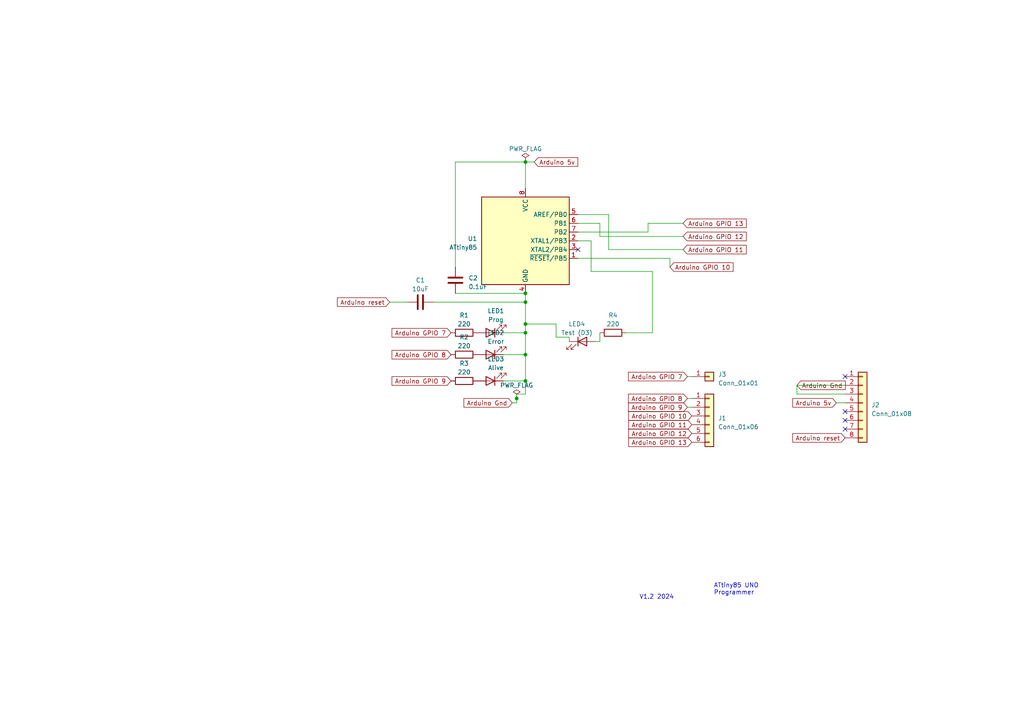
<source format=kicad_sch>
(kicad_sch (version 20230121) (generator eeschema)
  (paper "A4")
  (lib_symbols
    (symbol "Local:ATtiny85-20P"
      (property "Reference" "U" (at -12.7 13.97 0))
      (property "Value" "ATtiny85-20P" (at 2.54 -13.97 0))
      (symbol "ATtiny85-20P_0_1"
        (rectangle (start -12.7 -12.7) (end 12.7 12.7) (stroke (width 0.254)) (fill (type background)))
      )
      (symbol "ATtiny85-20P_1_1"
        (pin bidirectional line (at 15.24 -5.08 180) (length 2.54) (name "~{RESET}/PB5") (number "1"))
        (pin bidirectional line (at 15.24 0 180) (length 2.54) (name "XTAL1/PB3") (number "2"))
        (pin bidirectional line (at 15.24 -2.54 180) (length 2.54) (name "XTAL2/PB4") (number "3"))
        (pin power_in line (at 0 -15.24 90) (length 2.54) (name "GND") (number "4"))
        (pin bidirectional line (at 15.24 7.62 180) (length 2.54) (name "AREF/PB0") (number "5"))
        (pin bidirectional line (at 15.24 5.08 180) (length 2.54) (name "PB1") (number "6"))
        (pin bidirectional line (at 15.24 2.54 180) (length 2.54) (name "PB2") (number "7"))
        (pin power_in line (at 0 15.24 270) (length 2.54) (name "VCC") (number "8"))
      )
    )
    (symbol "Local:C" (pin_numbers hide) (pin_names (offset 0.254))
      (property "Reference" "C" (at 0.635 2.54 0))
      (property "Value" "C" (at 0.635 -2.54 0))
      (symbol "C_0_1"
        (polyline (pts (xy -2.032 -0.762) (xy 2.032 -0.762)) (stroke (width 0.508)))
        (polyline (pts (xy -2.032 0.762) (xy 2.032 0.762)) (stroke (width 0.508)))
      )
      (symbol "C_1_1"
        (pin passive line (at 0 3.81 270) (length 2.794) (name "~") (number "1"))
        (pin passive line (at 0 -3.81 90) (length 2.794) (name "~") (number "2"))
      )
    )
    (symbol "Local:Conn_01x01" (pin_names (offset 1.016) hide)
      (property "Reference" "J" (at 0 2.54 0))
      (property "Value" "Conn_01x01" (at 0 -2.54 0))
      (symbol "Conn_01x01_1_1"
        (rectangle (start -1.27 0.127) (end 0 -0.127) (stroke (width 0.1524)))
        (rectangle (start -1.27 1.27) (end 1.27 -1.27) (stroke (width 0.254)) (fill (type background)))
        (pin passive line (at -5.08 0 0) (length 3.81) (name "Pin_1") (number "1"))
      )
    )
    (symbol "Local:Conn_01x06" (pin_names (offset 1.016) hide)
      (property "Reference" "J" (at 0 7.62 0))
      (property "Value" "Conn_01x06" (at 0 -10.16 0))
      (symbol "Conn_01x06_1_1"
        (rectangle (start -1.27 -7.493) (end 0 -7.747) (stroke (width 0.1524)))
        (rectangle (start -1.27 -4.953) (end 0 -5.207) (stroke (width 0.1524)))
        (rectangle (start -1.27 -2.413) (end 0 -2.667) (stroke (width 0.1524)))
        (rectangle (start -1.27 0.127) (end 0 -0.127) (stroke (width 0.1524)))
        (rectangle (start -1.27 2.667) (end 0 2.413) (stroke (width 0.1524)))
        (rectangle (start -1.27 5.207) (end 0 4.953) (stroke (width 0.1524)))
        (rectangle (start -1.27 6.35) (end 1.27 -8.89) (stroke (width 0.254)) (fill (type background)))
        (pin passive line (at -5.08 5.08 0) (length 3.81) (name "Pin_1") (number "1"))
        (pin passive line (at -5.08 2.54 0) (length 3.81) (name "Pin_2") (number "2"))
        (pin passive line (at -5.08 0 0) (length 3.81) (name "Pin_3") (number "3"))
        (pin passive line (at -5.08 -2.54 0) (length 3.81) (name "Pin_4") (number "4"))
        (pin passive line (at -5.08 -5.08 0) (length 3.81) (name "Pin_5") (number "5"))
        (pin passive line (at -5.08 -7.62 0) (length 3.81) (name "Pin_6") (number "6"))
      )
    )
    (symbol "Local:Conn_01x08" (pin_names (offset 1.016) hide)
      (property "Reference" "J" (at 0 10.16 0))
      (property "Value" "Conn_01x08" (at 0 -12.7 0))
      (symbol "Conn_01x08_1_1"
        (rectangle (start -1.27 -10.033) (end 0 -10.287) (stroke (width 0.1524)))
        (rectangle (start -1.27 -7.493) (end 0 -7.747) (stroke (width 0.1524)))
        (rectangle (start -1.27 -4.953) (end 0 -5.207) (stroke (width 0.1524)))
        (rectangle (start -1.27 -2.413) (end 0 -2.667) (stroke (width 0.1524)))
        (rectangle (start -1.27 0.127) (end 0 -0.127) (stroke (width 0.1524)))
        (rectangle (start -1.27 2.667) (end 0 2.413) (stroke (width 0.1524)))
        (rectangle (start -1.27 5.207) (end 0 4.953) (stroke (width 0.1524)))
        (rectangle (start -1.27 7.747) (end 0 7.493) (stroke (width 0.1524)))
        (rectangle (start -1.27 8.89) (end 1.27 -11.43) (stroke (width 0.254)) (fill (type background)))
        (pin passive line (at -5.08 7.62 0) (length 3.81) (name "Pin_1") (number "1"))
        (pin passive line (at -5.08 5.08 0) (length 3.81) (name "Pin_2") (number "2"))
        (pin passive line (at -5.08 2.54 0) (length 3.81) (name "Pin_3") (number "3"))
        (pin passive line (at -5.08 0 0) (length 3.81) (name "Pin_4") (number "4"))
        (pin passive line (at -5.08 -2.54 0) (length 3.81) (name "Pin_5") (number "5"))
        (pin passive line (at -5.08 -5.08 0) (length 3.81) (name "Pin_6") (number "6"))
        (pin passive line (at -5.08 -7.62 0) (length 3.81) (name "Pin_7") (number "7"))
        (pin passive line (at -5.08 -10.16 0) (length 3.81) (name "Pin_8") (number "8"))
      )
    )
    (symbol "Local:LED" (pin_numbers hide) (pin_names (offset 1.016) hide)
      (property "Reference" "D" (at 0 2.54 0))
      (property "Value" "LED" (at 0 -2.54 0))
      (symbol "LED_0_1"
        (polyline (pts (xy -1.27 -1.27) (xy -1.27 1.27)) (stroke (width 0.254)))
        (polyline (pts (xy -1.27 0) (xy 1.27 0)))
        (polyline (pts (xy 1.27 -1.27) (xy 1.27 1.27) (xy -1.27 0) (xy 1.27 -1.27)) (stroke (width 0.254)))
        (polyline (pts (xy -3.048 -0.762) (xy -4.572 -2.286) (xy -3.81 -2.286) (xy -4.572 -2.286) (xy -4.572 -1.524)))
        (polyline (pts (xy -1.778 -0.762) (xy -3.302 -2.286) (xy -2.54 -2.286) (xy -3.302 -2.286) (xy -3.302 -1.524)))
      )
      (symbol "LED_1_1"
        (pin passive line (at -3.81 0 0) (length 2.54) (name "K") (number "1"))
        (pin passive line (at 3.81 0 180) (length 2.54) (name "A") (number "2"))
      )
    )
    (symbol "Local:R" (pin_numbers hide) (pin_names (offset 0))
      (property "Reference" "R" (at 2.032 0 90))
      (property "Value" "R" (at 0 0 90))
      (symbol "R_0_1"
        (rectangle (start -1.016 -2.54) (end 1.016 2.54) (stroke (width 0.254)))
      )
      (symbol "R_1_1"
        (pin passive line (at 0 3.81 270) (length 1.27) (name "~") (number "1"))
        (pin passive line (at 0 -3.81 90) (length 1.27) (name "~") (number "2"))
      )
    )
    (symbol "power:PWR_FLAG" (power) (pin_numbers hide) (pin_names (offset 0) hide)
      (property "Value" "PWR_FLAG" (at 0 3.81 0))
      (symbol "PWR_FLAG_0_0"
        (pin power_out line (at 0 0 90) (length 0) (name "pwr") (number "1"))
      )
      (symbol "PWR_FLAG_0_1"
        (polyline (pts (xy 0 0) (xy 0 1.27) (xy -1.016 1.905) (xy 0 2.54) (xy 1.016 1.905) (xy 0 1.27)))
      )
    )
  )
  (junction (at 152.4 110.49))
  (junction (at 152.4 102.87))
  (junction (at 149.86 115.57))
  (junction (at 152.4 46.99))
  (junction (at 152.4 87.63))
  (junction (at 152.4 93.98))
  (junction (at 152.4 96.52))
  (junction (at 152.4 85.09))
  (no_connect (at 245.11 119.38))
  (no_connect (at 245.11 121.92))
  (no_connect (at 245.11 109.22))
  (no_connect (at 245.11 124.46))
  (no_connect (at 167.64 72.39))
  (wire (pts (xy 187.96 64.77) (xy 187.96 67.31)))
  (wire (pts (xy 152.4 46.99) (xy 152.4 54.61)))
  (wire (pts (xy 152.4 85.09) (xy 132.08 85.09)))
  (wire (pts (xy 152.4 110.49) (xy 152.4 114.3)))
  (wire (pts (xy 132.08 46.99) (xy 132.08 77.47)))
  (wire (pts (xy 198.12 68.58) (xy 173.99 68.58)))
  (wire (pts (xy 113.03 87.63) (xy 118.11 87.63)))
  (wire (pts (xy 167.64 67.31) (xy 187.96 67.31)))
  (wire (pts (xy 173.99 64.77) (xy 167.64 64.77)))
  (wire (pts (xy 231.14 111.76) (xy 245.11 111.76)))
  (wire (pts (xy 199.39 109.22) (xy 200.66 109.22)))
  (wire (pts (xy 152.4 93.98) (xy 152.4 96.52)))
  (wire (pts (xy 198.12 72.39) (xy 176.53 72.39)))
  (wire (pts (xy 146.05 96.52) (xy 152.4 96.52)))
  (wire (pts (xy 199.39 115.57) (xy 200.66 115.57)))
  (wire (pts (xy 152.4 96.52) (xy 152.4 102.87)))
  (wire (pts (xy 161.29 97.79) (xy 165.1 97.79)))
  (wire (pts (xy 194.31 74.93) (xy 194.31 77.47)))
  (wire (pts (xy 125.73 87.63) (xy 152.4 87.63)))
  (wire (pts (xy 152.4 93.98) (xy 161.29 93.98)))
  (wire (pts (xy 199.39 118.11) (xy 200.66 118.11)))
  (wire (pts (xy 149.86 116.84) (xy 148.59 116.84)))
  (wire (pts (xy 165.1 97.79) (xy 165.1 99.06)))
  (wire (pts (xy 242.57 116.84) (xy 245.11 116.84)))
  (wire (pts (xy 167.64 62.23) (xy 176.53 62.23)))
  (wire (pts (xy 189.23 96.52) (xy 181.61 96.52)))
  (wire (pts (xy 146.05 102.87) (xy 152.4 102.87)))
  (wire (pts (xy 132.08 46.99) (xy 152.4 46.99)))
  (wire (pts (xy 167.64 74.93) (xy 194.31 74.93)))
  (wire (pts (xy 161.29 93.98) (xy 161.29 97.79)))
  (wire (pts (xy 231.14 114.3) (xy 245.11 114.3)))
  (wire (pts (xy 146.05 110.49) (xy 152.4 110.49)))
  (wire (pts (xy 231.14 114.3) (xy 231.14 111.76)))
  (wire (pts (xy 173.99 68.58) (xy 173.99 64.77)))
  (wire (pts (xy 176.53 62.23) (xy 176.53 72.39)))
  (wire (pts (xy 149.86 115.57) (xy 149.86 116.84)))
  (wire (pts (xy 152.4 46.99) (xy 154.94 46.99)))
  (wire (pts (xy 171.45 78.74) (xy 189.23 78.74)))
  (wire (pts (xy 172.72 99.06) (xy 173.99 99.06)))
  (wire (pts (xy 187.96 64.77) (xy 198.12 64.77)))
  (wire (pts (xy 152.4 85.09) (xy 152.4 87.63)))
  (wire (pts (xy 149.86 114.3) (xy 152.4 114.3)))
  (wire (pts (xy 171.45 69.85) (xy 171.45 78.74)))
  (wire (pts (xy 149.86 115.57) (xy 149.86 114.3)))
  (wire (pts (xy 189.23 78.74) (xy 189.23 96.52)))
  (wire (pts (xy 167.64 69.85) (xy 171.45 69.85)))
  (wire (pts (xy 152.4 87.63) (xy 152.4 93.98)))
  (wire (pts (xy 173.99 99.06) (xy 173.99 96.52)))
  (wire (pts (xy 152.4 102.87) (xy 152.4 110.49)))
  (text "V1.2 2024\n" (at 185.42 173.99 0) (effects (font (size 1.27 1.27)) (justify left bottom)))
  (text "ATtiny85 UNO \nProgrammer " (at 207.01 172.72 0) (effects (font (size 1.27 1.27)) (justify left bottom)))
  (global_label "Arduino reset" (shape input) (at 245.11 127 180) (property "Intersheetrefs" "${INTERSHEET_REFS}" (effects hide)))
  (global_label "Arduino GPIO 11" (shape input) (at 200.66 123.19 180) (property "Intersheetrefs" "${INTERSHEET_REFS}" (effects hide)))
  (global_label "Arduino GPIO 7" (shape input) (at 130.81 96.52 180) (property "Intersheetrefs" "${INTERSHEET_REFS}" (effects hide)))
  (global_label "Arduino GPIO 12" (shape input) (at 198.12 68.58 0) (property "Intersheetrefs" "${INTERSHEET_REFS}" (effects hide)))
  (global_label "Arduino Gnd" (shape input) (at 148.59 116.84 180) (property "Intersheetrefs" "${INTERSHEET_REFS}" (effects hide)))
  (global_label "Arduino 5v" (shape input) (at 242.57 116.84 180) (property "Intersheetrefs" "${INTERSHEET_REFS}" (effects hide)))
  (global_label "Arduino GPIO 13" (shape input) (at 200.66 128.27 180) (property "Intersheetrefs" "${INTERSHEET_REFS}" (effects hide)))
  (global_label "Arduino GPIO 9" (shape input) (at 130.81 110.49 180) (property "Intersheetrefs" "${INTERSHEET_REFS}" (effects hide)))
  (global_label "Arduino GPIO 11" (shape input) (at 198.12 72.39 0) (property "Intersheetrefs" "${INTERSHEET_REFS}" (effects hide)))
  (global_label "Arduino reset" (shape input) (at 113.03 87.63 180) (property "Intersheetrefs" "${INTERSHEET_REFS}" (effects hide)))
  (global_label "Arduino GPIO 10" (shape input) (at 200.66 120.65 180) (property "Intersheetrefs" "${INTERSHEET_REFS}" (effects hide)))
  (global_label "Arduino 5v" (shape input) (at 154.94 46.99 0) (property "Intersheetrefs" "${INTERSHEET_REFS}" (effects hide)))
  (global_label "Arduino GPIO 10" (shape input) (at 194.31 77.47 0) (property "Intersheetrefs" "${INTERSHEET_REFS}" (effects hide)))
  (global_label "Arduino GPIO 8" (shape input) (at 130.81 102.87 180) (property "Intersheetrefs" "${INTERSHEET_REFS}" (effects hide)))
  (global_label "Arduino GPIO 9" (shape input) (at 199.39 118.11 180) (property "Intersheetrefs" "${INTERSHEET_REFS}" (effects hide)))
  (global_label "Arduino GPIO 7" (shape input) (at 199.39 109.22 180) (property "Intersheetrefs" "${INTERSHEET_REFS}" (effects hide)))
  (global_label "Arduino GPIO 8" (shape input) (at 199.39 115.57 180) (property "Intersheetrefs" "${INTERSHEET_REFS}" (effects hide)))
  (global_label "Arduino GPIO 13" (shape input) (at 198.12 64.77 0) (property "Intersheetrefs" "${INTERSHEET_REFS}" (effects hide)))
  (global_label "Arduino GPIO 12" (shape input) (at 200.66 125.73 180) (property "Intersheetrefs" "${INTERSHEET_REFS}" (effects hide)))
  (global_label "Arduino Gnd" (shape input) (at 231.14 111.76 0) (property "Intersheetrefs" "${INTERSHEET_REFS}" (effects hide)))
  (symbol (lib_id "power:PWR_FLAG") (at 149.86 115.57 0) (unit 1)
    (property "Reference" "#FLG02" (effects hide))
    (property "Value" "PWR_FLAG" (at 149.86 111.76 0))
  )
  (symbol (lib_id "Local:R") (at 134.62 102.87 90) (unit 1)
    (property "Reference" "R2" (at 134.62 97.79 90))
    (property "Value" "220" (at 134.62 100.33 90))
    (property "Footprint" "kicad-official/Resistor_THT.pretty:R_Axial_DIN0207_L6.3mm_D2.5mm_P10.16mm_Horizontal" (effects hide))
  )
  (symbol (lib_id "Local:Conn_01x06") (at 205.74 120.65 0) (unit 1)
    (property "Reference" "J1" (at 208.28 121.285 0) (effects (justify left)))
    (property "Value" "Conn_01x06" (at 208.28 123.825 0) (effects (justify left)))
    (property "Footprint" "kicad-legacy/kicad-footprints/Connector_PinHeader_2.54mm.pretty:PinHeader_1x06_P2.54mm_Vertical" (effects hide))
  )
  (symbol (lib_id "Local:R") (at 134.62 96.52 90) (unit 1)
    (property "Reference" "R1" (at 134.62 91.44 90))
    (property "Value" "220" (at 134.62 93.98 90))
    (property "Footprint" "kicad-official/Resistor_THT.pretty:R_Axial_DIN0207_L6.3mm_D2.5mm_P10.16mm_Horizontal" (effects hide))
  )
  (symbol (lib_id "power:PWR_FLAG") (at 152.4 46.99 0) (unit 1)
    (property "Reference" "#FLG01" (effects hide))
    (property "Value" "PWR_FLAG" (at 152.4 43.18 0))
  )
  (symbol (lib_id "Local:C") (at 132.08 81.28 0) (unit 1)
    (property "Reference" "C2" (at 135.89 80.645 0) (effects (justify left)))
    (property "Value" "0.1uF" (at 135.89 83.185 0) (effects (justify left)))
    (property "Footprint" "kicad-legacy/kicad-footprints/Capacitor_THT.pretty:C_Rect_L7.0mm_W2.5mm_P5.00mm" (effects hide))
  )
  (symbol (lib_id "Local:C") (at 121.92 87.63 90) (unit 1)
    (property "Reference" "C1" (at 121.92 81.28 90))
    (property "Value" "10uF" (at 121.92 83.82 90))
    (property "Footprint" "4ms/4ms-kicad-lib/footprints/4ms_Capacitor.pretty:CP_Radial_P2.5mm" (effects hide))
  )
  (symbol (lib_id "Local:LED") (at 142.24 96.52 180) (unit 1)
    (property "Reference" "LED1" (at 143.8275 90.17 0))
    (property "Value" "Prog" (at 143.8275 92.71 0))
    (property "Footprint" "4ms/4ms-kicad-lib/footprints/4ms_LED.pretty:LED_3mm_C1A2" (effects hide))
  )
  (symbol (lib_id "Local:ATtiny85-20P") (at 152.4 69.85 0) (unit 1)
    (property "Reference" "U1" (at 138.43 69.215 0) (effects (justify right)))
    (property "Value" "ATtiny85" (at 138.43 71.755 0) (effects (justify right)))
    (property "Footprint" "Package_DIP:DIP-8_W7.62mm" (effects hide))
    (property "Datasheet" "http://ww1.microchip.com/downloads/en/DeviceDoc/atmel-2586-avr-8-bit-microcontroller-attiny25-attiny45-attiny85_datasheet.pdf" (effects hide))
  )
  (symbol (lib_id "Local:Conn_01x08") (at 250.19 116.84 0) (unit 1)
    (property "Reference" "J2" (at 252.73 117.475 0) (effects (justify left)))
    (property "Value" "Conn_01x08" (at 252.73 120.015 0) (effects (justify left)))
    (property "Footprint" "kicad-legacy/kicad-footprints/Connector_PinHeader_2.54mm.pretty:PinHeader_1x08_P2.54mm_Vertical" (effects hide))
  )
  (symbol (lib_id "Local:LED") (at 142.24 110.49 180) (unit 1)
    (property "Reference" "LED3" (at 143.8275 104.14 0))
    (property "Value" "Alive" (at 143.8275 106.68 0))
    (property "Footprint" "4ms/4ms-kicad-lib/footprints/4ms_LED.pretty:LED_3mm_C1A2" (effects hide))
  )
  (symbol (lib_id "Local:R") (at 134.62 110.49 90) (unit 1)
    (property "Reference" "R3" (at 134.62 105.41 90))
    (property "Value" "220" (at 134.62 107.95 90))
    (property "Footprint" "kicad-official/Resistor_THT.pretty:R_Axial_DIN0207_L6.3mm_D2.5mm_P10.16mm_Horizontal" (effects hide))
  )
  (symbol (lib_id "Local:LED") (at 142.24 102.87 180) (unit 1)
    (property "Reference" "LED2" (at 143.8275 96.52 0))
    (property "Value" "Error" (at 143.8275 99.06 0))
    (property "Footprint" "4ms/4ms-kicad-lib/footprints/4ms_LED.pretty:LED_3mm_C1A2" (effects hide))
  )
  (symbol (lib_id "Local:R") (at 177.8 96.52 90) (unit 1)
    (property "Reference" "R4" (at 177.8 91.44 90))
    (property "Value" "220" (at 177.8 93.98 90))
    (property "Footprint" "kicad-official/Resistor_THT.pretty:R_Axial_DIN0207_L6.3mm_D2.5mm_P10.16mm_Horizontal" (effects hide))
  )
  (symbol (lib_id "Local:LED") (at 168.91 99.06 0) (unit 1)
    (property "Reference" "LED4" (at 167.3225 93.98 0))
    (property "Value" "Test (D3)" (at 167.3225 96.52 0))
    (property "Footprint" "4ms/4ms-kicad-lib/footprints/4ms_LED.pretty:LED_3mm_C1A2" (effects hide))
  )
  (symbol (lib_id "Local:Conn_01x01") (at 205.74 109.22 0) (unit 1)
    (property "Reference" "J3" (at 208.28 108.585 0) (effects (justify left)))
    (property "Value" "Conn_01x01" (at 208.28 111.125 0) (effects (justify left)))
    (property "Footprint" "kicad-legacy/kicad-footprints/Connector_PinHeader_2.00mm.pretty:PinHeader_1x01_P2.00mm_Vertical" (effects hide))
  )
)
</source>
